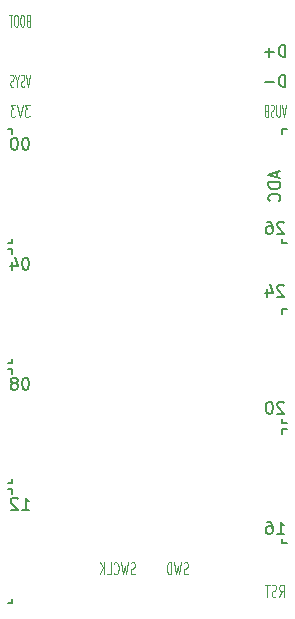
<source format=gbr>
%TF.GenerationSoftware,KiCad,Pcbnew,(6.0.1)*%
%TF.CreationDate,2022-02-13T21:58:50+09:00*%
%TF.ProjectId,yuiop2040,7975696f-7032-4303-9430-2e6b69636164,1*%
%TF.SameCoordinates,Original*%
%TF.FileFunction,Legend,Bot*%
%TF.FilePolarity,Positive*%
%FSLAX46Y46*%
G04 Gerber Fmt 4.6, Leading zero omitted, Abs format (unit mm)*
G04 Created by KiCad (PCBNEW (6.0.1)) date 2022-02-13 21:58:50*
%MOMM*%
%LPD*%
G01*
G04 APERTURE LIST*
%ADD10C,0.150000*%
%ADD11C,0.100000*%
%ADD12C,0.075000*%
G04 APERTURE END LIST*
D10*
X127970000Y-114166000D02*
X127970000Y-113785000D01*
X127589000Y-93846000D02*
X127970000Y-93846000D01*
X150830000Y-108705000D02*
X150830000Y-109086000D01*
X127970000Y-115055000D02*
X127970000Y-114674000D01*
X127970000Y-84194000D02*
X127589000Y-84194000D01*
X127970000Y-94735000D02*
X127970000Y-94354000D01*
X151211000Y-84194000D02*
X150830000Y-84194000D01*
X127970000Y-104006000D02*
X127970000Y-103625000D01*
X150830000Y-109086000D02*
X151211000Y-109086000D01*
X150830000Y-93846000D02*
X151211000Y-93846000D01*
X127970000Y-104514000D02*
X127589000Y-104514000D01*
X127970000Y-84575000D02*
X127970000Y-84194000D01*
X150830000Y-99434000D02*
X150830000Y-99815000D01*
X127970000Y-94354000D02*
X127589000Y-94354000D01*
X150830000Y-93465000D02*
X150830000Y-93846000D01*
X151211000Y-99434000D02*
X150830000Y-99434000D01*
X127970000Y-114674000D02*
X127589000Y-114674000D01*
X127589000Y-104006000D02*
X127970000Y-104006000D01*
X127970000Y-104895000D02*
X127970000Y-104514000D01*
X127970000Y-93846000D02*
X127970000Y-93465000D01*
X150830000Y-118865000D02*
X150830000Y-119246000D01*
X150830000Y-119246000D02*
X151211000Y-119246000D01*
X127589000Y-114166000D02*
X127970000Y-114166000D01*
X127589000Y-124326000D02*
X127970000Y-124326000D01*
X150830000Y-109594000D02*
X150830000Y-109975000D01*
X150830000Y-84194000D02*
X150830000Y-84575000D01*
X127970000Y-124326000D02*
X127970000Y-123945000D01*
X151211000Y-109594000D02*
X150830000Y-109594000D01*
D11*
X138352857Y-121809761D02*
X138258571Y-121857380D01*
X138101428Y-121857380D01*
X138038571Y-121809761D01*
X138007142Y-121762142D01*
X137975714Y-121666904D01*
X137975714Y-121571666D01*
X138007142Y-121476428D01*
X138038571Y-121428809D01*
X138101428Y-121381190D01*
X138227142Y-121333571D01*
X138290000Y-121285952D01*
X138321428Y-121238333D01*
X138352857Y-121143095D01*
X138352857Y-121047857D01*
X138321428Y-120952619D01*
X138290000Y-120905000D01*
X138227142Y-120857380D01*
X138070000Y-120857380D01*
X137975714Y-120905000D01*
X137755714Y-120857380D02*
X137598571Y-121857380D01*
X137472857Y-121143095D01*
X137347142Y-121857380D01*
X137190000Y-120857380D01*
X136561428Y-121762142D02*
X136592857Y-121809761D01*
X136687142Y-121857380D01*
X136750000Y-121857380D01*
X136844285Y-121809761D01*
X136907142Y-121714523D01*
X136938571Y-121619285D01*
X136970000Y-121428809D01*
X136970000Y-121285952D01*
X136938571Y-121095476D01*
X136907142Y-121000238D01*
X136844285Y-120905000D01*
X136750000Y-120857380D01*
X136687142Y-120857380D01*
X136592857Y-120905000D01*
X136561428Y-120952619D01*
X135964285Y-121857380D02*
X136278571Y-121857380D01*
X136278571Y-120857380D01*
X135744285Y-121857380D02*
X135744285Y-120857380D01*
X135367142Y-121857380D02*
X135650000Y-121285952D01*
X135367142Y-120857380D02*
X135744285Y-121428809D01*
X142835714Y-121809761D02*
X142741428Y-121857380D01*
X142584285Y-121857380D01*
X142521428Y-121809761D01*
X142490000Y-121762142D01*
X142458571Y-121666904D01*
X142458571Y-121571666D01*
X142490000Y-121476428D01*
X142521428Y-121428809D01*
X142584285Y-121381190D01*
X142710000Y-121333571D01*
X142772857Y-121285952D01*
X142804285Y-121238333D01*
X142835714Y-121143095D01*
X142835714Y-121047857D01*
X142804285Y-120952619D01*
X142772857Y-120905000D01*
X142710000Y-120857380D01*
X142552857Y-120857380D01*
X142458571Y-120905000D01*
X142238571Y-120857380D02*
X142081428Y-121857380D01*
X141955714Y-121143095D01*
X141830000Y-121857380D01*
X141672857Y-120857380D01*
X141421428Y-121857380D02*
X141421428Y-120857380D01*
X141264285Y-120857380D01*
X141170000Y-120905000D01*
X141107142Y-121000238D01*
X141075714Y-121095476D01*
X141044285Y-121285952D01*
X141044285Y-121428809D01*
X141075714Y-121619285D01*
X141107142Y-121714523D01*
X141170000Y-121809761D01*
X141264285Y-121857380D01*
X141421428Y-121857380D01*
D10*
X150361666Y-87781904D02*
X150361666Y-88258095D01*
X150647380Y-87686666D02*
X149647380Y-88020000D01*
X150647380Y-88353333D01*
X150647380Y-88686666D02*
X149647380Y-88686666D01*
X149647380Y-88924761D01*
X149695000Y-89067619D01*
X149790238Y-89162857D01*
X149885476Y-89210476D01*
X150075952Y-89258095D01*
X150218809Y-89258095D01*
X150409285Y-89210476D01*
X150504523Y-89162857D01*
X150599761Y-89067619D01*
X150647380Y-88924761D01*
X150647380Y-88686666D01*
X150552142Y-90258095D02*
X150599761Y-90210476D01*
X150647380Y-90067619D01*
X150647380Y-89972380D01*
X150599761Y-89829523D01*
X150504523Y-89734285D01*
X150409285Y-89686666D01*
X150218809Y-89639047D01*
X150075952Y-89639047D01*
X149885476Y-89686666D01*
X149790238Y-89734285D01*
X149695000Y-89829523D01*
X149647380Y-89972380D01*
X149647380Y-90067619D01*
X149695000Y-90210476D01*
X149742619Y-90258095D01*
D11*
X129422142Y-82122380D02*
X129013571Y-82122380D01*
X129233571Y-82503333D01*
X129139285Y-82503333D01*
X129076428Y-82550952D01*
X129045000Y-82598571D01*
X129013571Y-82693809D01*
X129013571Y-82931904D01*
X129045000Y-83027142D01*
X129076428Y-83074761D01*
X129139285Y-83122380D01*
X129327857Y-83122380D01*
X129390714Y-83074761D01*
X129422142Y-83027142D01*
X128825000Y-82122380D02*
X128605000Y-83122380D01*
X128385000Y-82122380D01*
X128227857Y-82122380D02*
X127819285Y-82122380D01*
X128039285Y-82503333D01*
X127945000Y-82503333D01*
X127882142Y-82550952D01*
X127850714Y-82598571D01*
X127819285Y-82693809D01*
X127819285Y-82931904D01*
X127850714Y-83027142D01*
X127882142Y-83074761D01*
X127945000Y-83122380D01*
X128133571Y-83122380D01*
X128196428Y-83074761D01*
X128227857Y-83027142D01*
D12*
X129283571Y-74978571D02*
X129212142Y-75026190D01*
X129188333Y-75073809D01*
X129164523Y-75169047D01*
X129164523Y-75311904D01*
X129188333Y-75407142D01*
X129212142Y-75454761D01*
X129259761Y-75502380D01*
X129450238Y-75502380D01*
X129450238Y-74502380D01*
X129283571Y-74502380D01*
X129235952Y-74550000D01*
X129212142Y-74597619D01*
X129188333Y-74692857D01*
X129188333Y-74788095D01*
X129212142Y-74883333D01*
X129235952Y-74930952D01*
X129283571Y-74978571D01*
X129450238Y-74978571D01*
X128855000Y-74502380D02*
X128759761Y-74502380D01*
X128712142Y-74550000D01*
X128664523Y-74645238D01*
X128640714Y-74835714D01*
X128640714Y-75169047D01*
X128664523Y-75359523D01*
X128712142Y-75454761D01*
X128759761Y-75502380D01*
X128855000Y-75502380D01*
X128902619Y-75454761D01*
X128950238Y-75359523D01*
X128974047Y-75169047D01*
X128974047Y-74835714D01*
X128950238Y-74645238D01*
X128902619Y-74550000D01*
X128855000Y-74502380D01*
X128331190Y-74502380D02*
X128235952Y-74502380D01*
X128188333Y-74550000D01*
X128140714Y-74645238D01*
X128116904Y-74835714D01*
X128116904Y-75169047D01*
X128140714Y-75359523D01*
X128188333Y-75454761D01*
X128235952Y-75502380D01*
X128331190Y-75502380D01*
X128378809Y-75454761D01*
X128426428Y-75359523D01*
X128450238Y-75169047D01*
X128450238Y-74835714D01*
X128426428Y-74645238D01*
X128378809Y-74550000D01*
X128331190Y-74502380D01*
X127974047Y-74502380D02*
X127688333Y-74502380D01*
X127831190Y-75502380D02*
X127831190Y-74502380D01*
X129462142Y-79582380D02*
X129295476Y-80582380D01*
X129128809Y-79582380D01*
X128985952Y-80534761D02*
X128914523Y-80582380D01*
X128795476Y-80582380D01*
X128747857Y-80534761D01*
X128724047Y-80487142D01*
X128700238Y-80391904D01*
X128700238Y-80296666D01*
X128724047Y-80201428D01*
X128747857Y-80153809D01*
X128795476Y-80106190D01*
X128890714Y-80058571D01*
X128938333Y-80010952D01*
X128962142Y-79963333D01*
X128985952Y-79868095D01*
X128985952Y-79772857D01*
X128962142Y-79677619D01*
X128938333Y-79630000D01*
X128890714Y-79582380D01*
X128771666Y-79582380D01*
X128700238Y-79630000D01*
X128390714Y-80106190D02*
X128390714Y-80582380D01*
X128557380Y-79582380D02*
X128390714Y-80106190D01*
X128224047Y-79582380D01*
X128081190Y-80534761D02*
X128009761Y-80582380D01*
X127890714Y-80582380D01*
X127843095Y-80534761D01*
X127819285Y-80487142D01*
X127795476Y-80391904D01*
X127795476Y-80296666D01*
X127819285Y-80201428D01*
X127843095Y-80153809D01*
X127890714Y-80106190D01*
X127985952Y-80058571D01*
X128033571Y-80010952D01*
X128057380Y-79963333D01*
X128081190Y-79868095D01*
X128081190Y-79772857D01*
X128057380Y-79677619D01*
X128033571Y-79630000D01*
X127985952Y-79582380D01*
X127866904Y-79582380D01*
X127795476Y-79630000D01*
D10*
X150945727Y-97457619D02*
X150898108Y-97410000D01*
X150802870Y-97362380D01*
X150564775Y-97362380D01*
X150469537Y-97410000D01*
X150421918Y-97457619D01*
X150374299Y-97552857D01*
X150374299Y-97648095D01*
X150421918Y-97790952D01*
X150993346Y-98362380D01*
X150374299Y-98362380D01*
X149517156Y-97695714D02*
X149517156Y-98362380D01*
X149755251Y-97314761D02*
X149993346Y-98029047D01*
X149374299Y-98029047D01*
D11*
X150556428Y-123762380D02*
X150776428Y-123286190D01*
X150933571Y-123762380D02*
X150933571Y-122762380D01*
X150682142Y-122762380D01*
X150619285Y-122810000D01*
X150587857Y-122857619D01*
X150556428Y-122952857D01*
X150556428Y-123095714D01*
X150587857Y-123190952D01*
X150619285Y-123238571D01*
X150682142Y-123286190D01*
X150933571Y-123286190D01*
X150305000Y-123714761D02*
X150210714Y-123762380D01*
X150053571Y-123762380D01*
X149990714Y-123714761D01*
X149959285Y-123667142D01*
X149927857Y-123571904D01*
X149927857Y-123476666D01*
X149959285Y-123381428D01*
X149990714Y-123333809D01*
X150053571Y-123286190D01*
X150179285Y-123238571D01*
X150242142Y-123190952D01*
X150273571Y-123143333D01*
X150305000Y-123048095D01*
X150305000Y-122952857D01*
X150273571Y-122857619D01*
X150242142Y-122810000D01*
X150179285Y-122762380D01*
X150022142Y-122762380D01*
X149927857Y-122810000D01*
X149739285Y-122762380D02*
X149362142Y-122762380D01*
X149550714Y-123762380D02*
X149550714Y-122762380D01*
D10*
X151075952Y-80582380D02*
X151075952Y-79582380D01*
X150837857Y-79582380D01*
X150695000Y-79630000D01*
X150599761Y-79725238D01*
X150552142Y-79820476D01*
X150504523Y-80010952D01*
X150504523Y-80153809D01*
X150552142Y-80344285D01*
X150599761Y-80439523D01*
X150695000Y-80534761D01*
X150837857Y-80582380D01*
X151075952Y-80582380D01*
X150075952Y-80201428D02*
X149314047Y-80201428D01*
X151075952Y-78042380D02*
X151075952Y-77042380D01*
X150837857Y-77042380D01*
X150695000Y-77090000D01*
X150599761Y-77185238D01*
X150552142Y-77280476D01*
X150504523Y-77470952D01*
X150504523Y-77613809D01*
X150552142Y-77804285D01*
X150599761Y-77899523D01*
X150695000Y-77994761D01*
X150837857Y-78042380D01*
X151075952Y-78042380D01*
X150075952Y-77661428D02*
X149314047Y-77661428D01*
X149695000Y-78042380D02*
X149695000Y-77280476D01*
X129128809Y-105236380D02*
X129033571Y-105236380D01*
X128938333Y-105284000D01*
X128890714Y-105331619D01*
X128843095Y-105426857D01*
X128795476Y-105617333D01*
X128795476Y-105855428D01*
X128843095Y-106045904D01*
X128890714Y-106141142D01*
X128938333Y-106188761D01*
X129033571Y-106236380D01*
X129128809Y-106236380D01*
X129224047Y-106188761D01*
X129271666Y-106141142D01*
X129319285Y-106045904D01*
X129366904Y-105855428D01*
X129366904Y-105617333D01*
X129319285Y-105426857D01*
X129271666Y-105331619D01*
X129224047Y-105284000D01*
X129128809Y-105236380D01*
X128224047Y-105664952D02*
X128319285Y-105617333D01*
X128366904Y-105569714D01*
X128414523Y-105474476D01*
X128414523Y-105426857D01*
X128366904Y-105331619D01*
X128319285Y-105284000D01*
X128224047Y-105236380D01*
X128033571Y-105236380D01*
X127938333Y-105284000D01*
X127890714Y-105331619D01*
X127843095Y-105426857D01*
X127843095Y-105474476D01*
X127890714Y-105569714D01*
X127938333Y-105617333D01*
X128033571Y-105664952D01*
X128224047Y-105664952D01*
X128319285Y-105712571D01*
X128366904Y-105760190D01*
X128414523Y-105855428D01*
X128414523Y-106045904D01*
X128366904Y-106141142D01*
X128319285Y-106188761D01*
X128224047Y-106236380D01*
X128033571Y-106236380D01*
X127938333Y-106188761D01*
X127890714Y-106141142D01*
X127843095Y-106045904D01*
X127843095Y-105855428D01*
X127890714Y-105760190D01*
X127938333Y-105712571D01*
X128033571Y-105664952D01*
X129128809Y-95076380D02*
X129033571Y-95076380D01*
X128938333Y-95124000D01*
X128890714Y-95171619D01*
X128843095Y-95266857D01*
X128795476Y-95457333D01*
X128795476Y-95695428D01*
X128843095Y-95885904D01*
X128890714Y-95981142D01*
X128938333Y-96028761D01*
X129033571Y-96076380D01*
X129128809Y-96076380D01*
X129224047Y-96028761D01*
X129271666Y-95981142D01*
X129319285Y-95885904D01*
X129366904Y-95695428D01*
X129366904Y-95457333D01*
X129319285Y-95266857D01*
X129271666Y-95171619D01*
X129224047Y-95124000D01*
X129128809Y-95076380D01*
X127938333Y-95409714D02*
X127938333Y-96076380D01*
X128176428Y-95028761D02*
X128414523Y-95743047D01*
X127795476Y-95743047D01*
X150385476Y-118428380D02*
X150956904Y-118428380D01*
X150671190Y-118428380D02*
X150671190Y-117428380D01*
X150766428Y-117571238D01*
X150861666Y-117666476D01*
X150956904Y-117714095D01*
X149528333Y-117428380D02*
X149718809Y-117428380D01*
X149814047Y-117476000D01*
X149861666Y-117523619D01*
X149956904Y-117666476D01*
X150004523Y-117856952D01*
X150004523Y-118237904D01*
X149956904Y-118333142D01*
X149909285Y-118380761D01*
X149814047Y-118428380D01*
X149623571Y-118428380D01*
X149528333Y-118380761D01*
X149480714Y-118333142D01*
X149433095Y-118237904D01*
X149433095Y-117999809D01*
X149480714Y-117904571D01*
X149528333Y-117856952D01*
X149623571Y-117809333D01*
X149814047Y-117809333D01*
X149909285Y-117856952D01*
X149956904Y-117904571D01*
X150004523Y-117999809D01*
X150956904Y-107363619D02*
X150909285Y-107316000D01*
X150814047Y-107268380D01*
X150575952Y-107268380D01*
X150480714Y-107316000D01*
X150433095Y-107363619D01*
X150385476Y-107458857D01*
X150385476Y-107554095D01*
X150433095Y-107696952D01*
X151004523Y-108268380D01*
X150385476Y-108268380D01*
X149766428Y-107268380D02*
X149671190Y-107268380D01*
X149575952Y-107316000D01*
X149528333Y-107363619D01*
X149480714Y-107458857D01*
X149433095Y-107649333D01*
X149433095Y-107887428D01*
X149480714Y-108077904D01*
X149528333Y-108173142D01*
X149575952Y-108220761D01*
X149671190Y-108268380D01*
X149766428Y-108268380D01*
X149861666Y-108220761D01*
X149909285Y-108173142D01*
X149956904Y-108077904D01*
X150004523Y-107887428D01*
X150004523Y-107649333D01*
X149956904Y-107458857D01*
X149909285Y-107363619D01*
X149861666Y-107316000D01*
X149766428Y-107268380D01*
X129128809Y-84916380D02*
X129033571Y-84916380D01*
X128938333Y-84964000D01*
X128890714Y-85011619D01*
X128843095Y-85106857D01*
X128795476Y-85297333D01*
X128795476Y-85535428D01*
X128843095Y-85725904D01*
X128890714Y-85821142D01*
X128938333Y-85868761D01*
X129033571Y-85916380D01*
X129128809Y-85916380D01*
X129224047Y-85868761D01*
X129271666Y-85821142D01*
X129319285Y-85725904D01*
X129366904Y-85535428D01*
X129366904Y-85297333D01*
X129319285Y-85106857D01*
X129271666Y-85011619D01*
X129224047Y-84964000D01*
X129128809Y-84916380D01*
X128176428Y-84916380D02*
X128081190Y-84916380D01*
X127985952Y-84964000D01*
X127938333Y-85011619D01*
X127890714Y-85106857D01*
X127843095Y-85297333D01*
X127843095Y-85535428D01*
X127890714Y-85725904D01*
X127938333Y-85821142D01*
X127985952Y-85868761D01*
X128081190Y-85916380D01*
X128176428Y-85916380D01*
X128271666Y-85868761D01*
X128319285Y-85821142D01*
X128366904Y-85725904D01*
X128414523Y-85535428D01*
X128414523Y-85297333D01*
X128366904Y-85106857D01*
X128319285Y-85011619D01*
X128271666Y-84964000D01*
X128176428Y-84916380D01*
X150956904Y-92123619D02*
X150909285Y-92076000D01*
X150814047Y-92028380D01*
X150575952Y-92028380D01*
X150480714Y-92076000D01*
X150433095Y-92123619D01*
X150385476Y-92218857D01*
X150385476Y-92314095D01*
X150433095Y-92456952D01*
X151004523Y-93028380D01*
X150385476Y-93028380D01*
X149528333Y-92028380D02*
X149718809Y-92028380D01*
X149814047Y-92076000D01*
X149861666Y-92123619D01*
X149956904Y-92266476D01*
X150004523Y-92456952D01*
X150004523Y-92837904D01*
X149956904Y-92933142D01*
X149909285Y-92980761D01*
X149814047Y-93028380D01*
X149623571Y-93028380D01*
X149528333Y-92980761D01*
X149480714Y-92933142D01*
X149433095Y-92837904D01*
X149433095Y-92599809D01*
X149480714Y-92504571D01*
X149528333Y-92456952D01*
X149623571Y-92409333D01*
X149814047Y-92409333D01*
X149909285Y-92456952D01*
X149956904Y-92504571D01*
X150004523Y-92599809D01*
D12*
X151111666Y-82122380D02*
X150945000Y-83122380D01*
X150778333Y-82122380D01*
X150611666Y-82122380D02*
X150611666Y-82931904D01*
X150587857Y-83027142D01*
X150564047Y-83074761D01*
X150516428Y-83122380D01*
X150421190Y-83122380D01*
X150373571Y-83074761D01*
X150349761Y-83027142D01*
X150325952Y-82931904D01*
X150325952Y-82122380D01*
X150111666Y-83074761D02*
X150040238Y-83122380D01*
X149921190Y-83122380D01*
X149873571Y-83074761D01*
X149849761Y-83027142D01*
X149825952Y-82931904D01*
X149825952Y-82836666D01*
X149849761Y-82741428D01*
X149873571Y-82693809D01*
X149921190Y-82646190D01*
X150016428Y-82598571D01*
X150064047Y-82550952D01*
X150087857Y-82503333D01*
X150111666Y-82408095D01*
X150111666Y-82312857D01*
X150087857Y-82217619D01*
X150064047Y-82170000D01*
X150016428Y-82122380D01*
X149897380Y-82122380D01*
X149825952Y-82170000D01*
X149445000Y-82598571D02*
X149373571Y-82646190D01*
X149349761Y-82693809D01*
X149325952Y-82789047D01*
X149325952Y-82931904D01*
X149349761Y-83027142D01*
X149373571Y-83074761D01*
X149421190Y-83122380D01*
X149611666Y-83122380D01*
X149611666Y-82122380D01*
X149445000Y-82122380D01*
X149397380Y-82170000D01*
X149373571Y-82217619D01*
X149349761Y-82312857D01*
X149349761Y-82408095D01*
X149373571Y-82503333D01*
X149397380Y-82550952D01*
X149445000Y-82598571D01*
X149611666Y-82598571D01*
D10*
X128795476Y-116396380D02*
X129366904Y-116396380D01*
X129081190Y-116396380D02*
X129081190Y-115396380D01*
X129176428Y-115539238D01*
X129271666Y-115634476D01*
X129366904Y-115682095D01*
X128414523Y-115491619D02*
X128366904Y-115444000D01*
X128271666Y-115396380D01*
X128033571Y-115396380D01*
X127938333Y-115444000D01*
X127890714Y-115491619D01*
X127843095Y-115586857D01*
X127843095Y-115682095D01*
X127890714Y-115824952D01*
X128462142Y-116396380D01*
X127843095Y-116396380D01*
M02*

</source>
